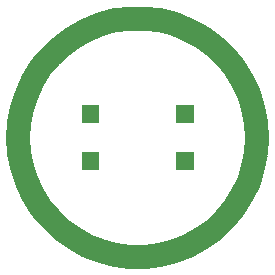
<source format=gbr>
G04 start of page 11 for group -4014 idx -4014 *
G04 Title: (unknown), bottompaste *
G04 Creator: pcb 20140316 *
G04 CreationDate: Sat Sep  5 02:44:50 2015 UTC *
G04 For: dima *
G04 Format: Gerber/RS-274X *
G04 PCB-Dimensions (mil): 944.88 944.88 *
G04 PCB-Coordinate-Origin: lower left *
%MOIN*%
%FSLAX25Y25*%
%LNBOTTOMPASTE*%
%ADD78C,0.0787*%
%ADD77C,0.0001*%
G54D77*G36*
X28543Y42323D02*Y36417D01*
X34449D01*
Y42323D01*
X28543D01*
G37*
G36*
Y58071D02*Y52165D01*
X34449D01*
Y58071D01*
X28543D01*
G37*
G36*
X60039Y42323D02*Y36417D01*
X65945D01*
Y42323D01*
X60039D01*
G37*
G36*
Y58071D02*Y52165D01*
X65945D01*
Y58071D01*
X60039D01*
G37*
G54D78*X86694Y42260D02*X87008Y47244D01*
X85759Y37355D02*X86694Y42260D01*
X84215Y32606D02*X85759Y37355D01*
X82089Y28088D02*X84215Y32606D01*
X79414Y23872D02*X82089Y28088D01*
X76231Y20024D02*X79414Y23872D01*
X72591Y16606D02*X76231Y20024D01*
X68551Y13670D02*X72591Y16606D01*
X64175Y11265D02*X68551Y13670D01*
X59532Y9426D02*X64175Y11265D01*
X54695Y8185D02*X59532Y9426D01*
X49741Y7559D02*X54695Y8185D01*
X44747Y7559D02*X49741D01*
X39793Y8185D02*X44747Y7559D01*
X34956Y9426D02*X39793Y8185D01*
X30313Y11265D02*X34956Y9426D01*
X25937Y13670D02*X30313Y11265D01*
X21898Y16606D02*X25937Y13670D01*
X18257Y20024D02*X21898Y16606D01*
X15074Y23872D02*X18257Y20024D01*
X12399Y28088D02*X15074Y23872D01*
X10273Y32606D02*X12399Y28088D01*
X8730Y37355D02*X10273Y32606D01*
X7794Y42260D02*X8730Y37355D01*
X7480Y47244D02*X7794Y42260D01*
X7480Y47244D02*X7794Y52228D01*
X8730Y57133D01*
X10273Y61882D01*
X12399Y66400D01*
X15074Y70617D01*
X18257Y74464D01*
X21898Y77883D01*
X25937Y80818D01*
X30313Y83224D01*
X34956Y85062D01*
X39793Y86304D01*
X44747Y86930D01*
X49741D01*
X54695Y86304D01*
X59532Y85062D01*
X64175Y83224D01*
X68551Y80818D01*
X72591Y77883D01*
X76231Y74464D01*
X79414Y70617D01*
X82089Y66400D01*
X84215Y61882D01*
X85759Y57133D01*
X86694Y52228D01*
X87008Y47244D01*
M02*

</source>
